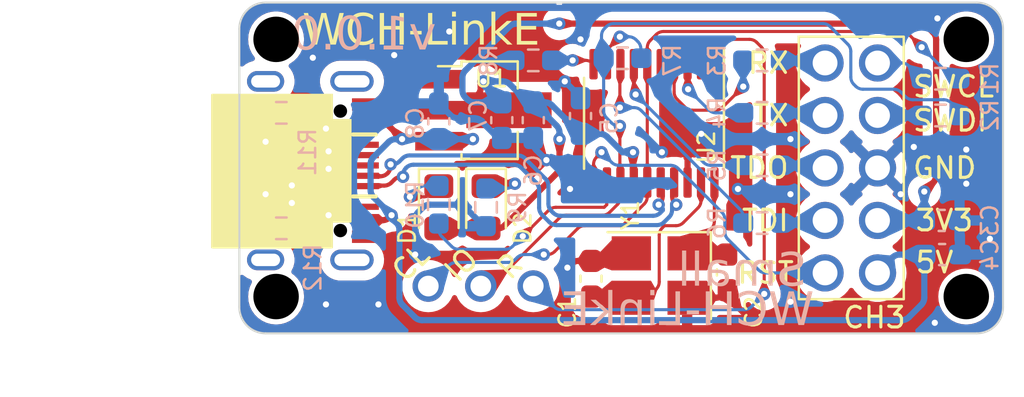
<source format=kicad_pcb>
(kicad_pcb (version 20221018) (generator pcbnew)
  (layers (0 "F.Cu" signal) (31 "B.Cu" signal) (34 "B.Paste" user) (35 "F.Paste" user) (36 "B.SilkS" user "B.Silkscreen") (37 "F.SilkS" user "F.Silkscreen") (38 "B.Mask" user) (39 "F.Mask" user) (44 "Edge.Cuts" user))
  (net 0 "")
  (net 1 "GND")
  (net 2 "Net-(U1-OSC_OUT{slash}PD1)")
  (net 3 "Net-(U1-OSC_IN{slash}PD0)")
  (net 4 "+3V3")
  (net 5 "+5V")
  (net 6 "Net-(D1-K)")
  (net 7 "Net-(D2-K)")
  (net 8 "USB_N")
  (net 9 "USB_P")
  (net 10 "Net-(J1-CC1)")
  (net 11 "Net-(J1-CC2)")
  (net 12 "RT")
  (net 13 "Net-(U1-PC7)")
  (net 14 "D_SWCLK")
  (net 15 "D_SWDIO")
  (net 16 "Net-(U1-PC6)")
  (net 17 "TDI")
  (net 18 "TDO")
  (net 19 "RX")
  (net 20 "TX")
  (net 21 "Net-(U1-PC9)")
  (net 24 "RST")
  (net 25 "Net-(CH1-RX)")
  (net 26 "Net-(CH1-TX)")
  (net 27 "Net-(CH1-TDO)")
  (net 28 "Net-(CH1-TDI)")
  (net 29 "Net-(CH1-SWDIO)")
  (net 30 "Net-(CH1-SWCLK)")
  (footprint "$74th:M2-Hole" (layer "F.Cu") (at 59.182 36.576)
    (fp_text reference "M1" hide)
    (fp_text value "M2-Hole" hide)
  )
  (footprint "$74th:M2-Hole" (layer "F.Cu") (at 92.583 49.022)
    (fp_text reference "M4" hide)
    (fp_text value "M2-Hole" hide)
  )
  (footprint "$74th:USB-C-12-Pin-SMD" (layer "F.Cu") (at 58.674 42.938 -90)
    (fp_text reference "J1" hide)
    (fp_text value "USB2.0_C_v3")
  )
  (footprint "$74th:Regulator_AMS1117_SOT-89" (layer "F.Cu") (at 69.215 40.005)
    (fp_text reference "U1")
    (fp_text value "AMS1117-3.3")
  )
  (footprint "$74th:2Pin" (layer "F.Cu") (at 66.548 48.514)
    (fp_text reference "CH1" hide)
    (fp_text value "SWD")
  )
  (footprint "$74th:WCH-Link-Port" (layer "F.Cu") (at 87.0185 42.799)
    (fp_text reference "CH3")
    (fp_text value "WCH-Link-Header")
  )
  (footprint "$74th:M2-Hole" (layer "F.Cu") (at 59.182 49.022)
    (fp_text reference "M2" hide)
    (fp_text value "M2-Hole" hide)
  )
  (footprint "$74th:Capacitor_0603_1608" (layer "F.Cu") (at 74.422 48.0595 -90)
    (fp_text reference "C1")
    (fp_text value "22p")
  )
  (footprint "Package_SO:TSSOP-20_4.4x6.5mm_P0.65mm" (layer "F.Cu") (at 77.47 40.64 -90)
    (fp_text reference "U2")
    (fp_text value "CH32V305FBP6")
  )
  (footprint "$74th:LED_0805_2012Metric_Pad1.15x1.40mm_HandSolder" (layer "F.Cu") (at 69.342 44.704 -90)
    (fp_text reference "D2")
    (fp_text value "LED")
  )
  (footprint "$74th:Crystal_SMD_3225-4Pin_3.2x2.5mm_HandSoldering" (layer "F.Cu") (at 77.724 48.006 180)
    (fp_text reference "Y1")
    (fp_text value "Oscillator_24GND")
  )
  (footprint "$74th:Capacitor_0603_1608" (layer "F.Cu") (at 81.026 47.9525 90)
    (fp_text reference "C2")
    (fp_text value "22p")
  )
  (footprint "$74th:1Pin" (layer "F.Cu") (at 71.628 48.514)
    (fp_text reference "CH2" hide)
    (fp_text value "RT")
  )
  (footprint "$74th:M2-Hole" (layer "F.Cu") (at 92.583 36.576)
    (fp_text reference "M3" hide)
    (fp_text value "M2-Hole" hide)
  )
  (footprint "$74th:LED_0805_2012Metric_Pad1.15x1.40mm_HandSolder" (layer "F.Cu") (at 67.056 44.704 -90)
    (fp_text reference "D1")
    (fp_text value "LED")
  )
  (footprint "$74th:Register_0603_1608" (layer "B.Cu") (at 75.946 37.4885 180)
    (fp_text reference "R7")
    (fp_text value "1k")
  )
  (footprint "$74th:Capacitor_0603_1608" (layer "B.Cu") (at 91.5135 46.99 180)
    (fp_text reference "C4")
    (fp_text value "10u")
  )
  (footprint "$74th:Register_0603_1608" (layer "B.Cu") (at 82.7005 42.672 180)
    (fp_text reference "R5")
    (fp_text value "100")
  )
  (footprint "$74th:Capacitor_0603_1608" (layer "B.Cu") (at 73.914 40.3855 90)
    (fp_text reference "C5")
    (fp_text value "100n")
  )
  (footprint "$74th:Capacitor_0603_1608" (layer "B.Cu") (at 67.056 40.64 90)
    (fp_text reference "C8")
    (fp_text value "10u")
  )
  (footprint "$74th:Register_0603_1608" (layer "B.Cu") (at 82.7005 40.132 180)
    (fp_text reference "R4")
    (fp_text value "270")
  )
  (footprint "$74th:Register_0603_1608" (layer "B.Cu") (at 69.342 44.704 -90)
    (fp_text reference "R9")
    (fp_text value "200")
  )
  (footprint "$74th:Capacitor_0603_1608" (layer "B.Cu") (at 71.628 40.386 -90)
    (fp_text reference "C6")
    (fp_text value "100n")
  )
  (footprint "$74th:Register_0603_1608" (layer "B.Cu") (at 67.056 44.577 90)
    (fp_text reference "R10")
    (fp_text value "1k")
  )
  (footprint "$74th:Register_0603_1608" (layer "B.Cu") (at 91.3365 40.259 180)
    (fp_text reference "R2")
    (fp_text value "100")
  )
  (footprint "$74th:Register_0603_1608" (layer "B.Cu") (at 71.628 37.592)
    (fp_text reference "R8")
    (fp_text value "10k")
  )
  (footprint "$74th:Register_0603_1608" (layer "B.Cu") (at 59.436 40.132 180)
    (fp_text reference "R11")
    (fp_text value "5.1k")
  )
  (footprint "$74th:Register_0603_1608" (layer "B.Cu") (at 82.7005 45.466 180)
    (fp_text reference "R6")
    (fp_text value "100")
  )
  (footprint "$74th:Capacitor_0603_1608" (layer "B.Cu") (at 70.104 40.386 -90)
    (fp_text reference "C7")
    (fp_text value "10u")
  )
  (footprint "$74th:Register_0603_1608" (layer "B.Cu") (at 82.7005 37.592 180)
    (fp_text reference "R3")
    (fp_text value "270")
  )
  (footprint "$74th:Register_0603_1608" (layer "B.Cu") (at 59.436 45.72 180)
    (fp_text reference "R12")
    (fp_text value "5.1k")
  )
  (footprint "$74th:Register_0603_1608" (layer "B.Cu") (at 91.3365 38.481 180)
    (fp_text reference "R1")
    (fp_text value "100")
  )
  (footprint "$74th:Capacitor_0603_1608" (layer "B.Cu") (at 91.4935 45.339 180)
    (fp_text reference "C3")
    (fp_text value "10u")
  )
  (gr_line locked (start 58.674 50.800032) (end 93.091 50.8) (stroke (width 0.1)) (layer "Edge.Cuts"))
  (gr_arc locked (start 57.404 36.068) (mid 57.775974 35.169974) (end 58.674 34.798) (stroke (width 0.1)) (layer "Edge.Cuts"))
  (gr_arc locked (start 94.361 49.53) (mid 93.989026 50.428026) (end 93.091 50.8) (stroke (width 0.1)) (layer "Edge.Cuts"))
  (gr_line locked (start 57.404 36.068) (end 57.404 49.520974) (stroke (width 0.1)) (layer "Edge.Cuts"))
  (gr_arc locked (start 58.674 50.800032) (mid 57.772766 50.424851) (end 57.404 49.520974) (stroke (width 0.1)) (layer "Edge.Cuts"))
  (gr_arc locked (start 93.091 34.798) (mid 93.989026 35.169974) (end 94.361 36.068) (stroke (width 0.1)) (layer "Edge.Cuts"))
  (gr_line locked (start 94.361 49.53) (end 94.361 36.068) (stroke (width 0.1)) (layer "Edge.Cuts"))
  (gr_line locked (start 58.674 34.798) (end 93.091 34.798) (stroke (width 0.1)) (layer "Edge.Cuts"))
  (gr_text "WCH-LinkE" (at 85.217 50.673) (layer "B.SilkS") (effects (font (size 1.6 1.6)) (justify left bottom mirror)))
  (gr_text "Small" (at 84.836 48.768) (layer "B.SilkS") (effects (font (size 1.6 1.6)) (justify left bottom mirror)))
  (gr_text "v1.0.0" (at 66.929 37.338) (layer "B.SilkS") (effects (font (size 1.6 1.6)) (justify left bottom mirror)))
  (gr_text "WCH-LinkE" (at 60.452 37.084) (layer "F.SilkS") (effects (font (size 1.5 1.5) (thickness 0.125)) (justify left bottom)))
  (gr_text "IO" (at 67.945 48.514 45) (layer "F.SilkS") (effects (font (size 1 1)) (justify left bottom)))
  (gr_text "R" (at 70.485 48.387 45) (layer "F.SilkS") (effects (font (size 1 1)) (justify left bottom)))
  (gr_text "CL" (at 65.405 48.514 45) (layer "F.SilkS") (effects (font (size 1 1)) (justify left bottom)))
  (segment (start 79.095 43.5025) (end 79.095 42.016107) (width 0.3) (layer "F.Cu") (net 1))
  (segment (start 81.172447 49.168447) (end 81.895554 49.891554) (width 0.3) (layer "F.Cu") (net 1))
  (segment (start 79.074 49.081) (end 80.452893 49.081) (width 0.3) (layer "F.Cu") (net 1))
  (segment (start 83.458447 49.891553) (end 84.074 49.276) (width 0.3) (layer "F.Cu") (net 1))
  (segment (start 74.422 47.297) (end 75.800893 47.297) (width 0.3) (layer "F.Cu") (net 1))
  (segment (start 81.026 48.715) (end 81.026 48.814893) (width 0.3) (layer "F.Cu") (net 1))
  (segment (start 73.279 47.625) (end 73.460554 47.443446) (width 0.3) (layer "F.Cu") (net 1))
  (segment (start 79.241447 41.662553) (end 79.756 41.148) (width 0.3) (layer "F.Cu") (net 1))
  (segment (start 76.154447 47.150553) (end 76.374 46.931) (width 0.3) (layer "F.Cu") (net 1))
  (segment (start 82.249107 50.038) (end 83.104893 50.038) (width 0.3) (layer "F.Cu") (net 1))
  (segment (start 80.806447 48.934553) (end 81.026 48.715) (width 0.3) (layer "F.Cu") (net 1))
  (segment (start 73.814107 47.297) (end 74.422 47.297) (width 0.3) (layer "F.Cu") (net 1))
  (via (at 89.408 44.069) (size 0.6) (drill 0.3) (layers "F.Cu" "B.Cu") (net 1))
  (via (at 73.914 36.576) (size 0.6) (drill 0.3) (layers "F.Cu" "B.Cu") (net 1))
  (via (at 81.534 43.815) (size 0.6) (drill 0.3) (layers "F.Cu" "B.Cu") (net 1))
  (via (at 64.135 49.403) (size 0.6) (drill 0.3) (layers "F.Cu" "B.Cu") (net 1))
  (via (at 93.726 46.228) (size 0.6) (drill 0.3) (layers "F.Cu" "B.Cu") (net 1))
  (via (at 58.674 44.069) (size 0.6) (drill 0.3) (layers "F.Cu" "B.Cu") (net 1))
  (via (at 84.074 41.402) (size 0.6) (drill 0.3) (layers "F.Cu" "B.Cu") (net 1))
  (via (at 90.043 41.783) (size 0.6) (drill 0.3) (layers "F.Cu" "B.Cu") (net 1))
  (via (at 73.279 47.625) (size 0.6) (drill 0.3) (layers "F.Cu" "B.Cu") (net 1))
  (via (at 91.186 35.56) (size 0.6) (drill 0.3) (layers "F.Cu" "B.Cu") (net 1))
  (via (at 84.074 49.276) (size 0.6) (drill 0.3) (layers "F.Cu" "B.Cu") (net 1))
  (via (at 64.897 37.338) (size 0.6) (drill 0.3) (layers "F.Cu" "B.Cu") (net 1))
  (via (at 67.564 36.195) (size 0.6) (drill 0.3) (layers "F.Cu" "B.Cu") (net 1))
  (via (at 65.913 46.99) (size 0.6) (drill 0.3) (layers "F.Cu" "B.Cu") (net 1))
  (via (at 73.152 38.608) (size 0.6) (drill 0.3) (layers "F.Cu" "B.Cu") (net 1))
  (via (at 77.851 42.037) (size 0.6) (drill 0.3) (layers "F.Cu" "B.Cu") (net 1))
  (via (at 61.595 49.403) (size 0.6) (drill 0.3) (layers "F.Cu" "B.Cu") (net 1))
  (via (at 73.406 43.815) (size 0.6) (drill 0.3) (layers "F.Cu" "B.Cu") (net 1))
  (via (at 92.583 43.561) (size 0.6) (drill 0.3) (layers "F.Cu" "B.Cu") (net 1))
  (via (at 60.96 37.465) (size 0.6) (drill 0.3) (layers "F.Cu" "B.Cu") (net 1))
  (via (at 91.059 50.292) (size 0.6) (drill 0.3) (layers "F.Cu" "B.Cu") (net 1))
  (via (at 72.263 42.418) (size 0.6) (drill 0.3) (layers "F.Cu" "B.Cu") (net 1))
  (via (at 84.074 44.069) (size 0.6) (drill 0.3) (layers "F.Cu" "B.Cu") (net 1))
  (via (at 58.674 41.529) (size 0.6) (drill 0.3) (layers "F.Cu" "B.Cu") (net 1))
  (via (at 92.583 41.91) (size 0.6) (drill 0.3) (layers "F.Cu" "B.Cu") (net 1))
  (via (at 79.756 41.148) (size 0.6) (drill 0.3) (layers "F.Cu" "B.Cu") (net 1))
  (arc (start 81.026 48.814893) (mid 81.06406 49.006235) (end 81.172447 49.168447) (width 0.3) (layer "F.Cu") (net 1))
  (arc (start 82.249107 50.038) (mid 82.057766 49.99994) (end 81.895554 49.891554) (width 0.3) (layer "F.Cu") (net 1))
  (arc (start 83.104893 50.038) (mid 83.296235 49.99994) (end 83.458447 49.891553) (width 0.3) (layer "F.Cu") (net 1))
  (arc (start 79.241447 41.662553) (mid 79.13306 41.824765) (end 79.095 42.016107) (width 0.3) (layer "F.Cu") (net 1))
  (arc (start 80.452893 49.081) (mid 80.644235 49.04294) (end 80.806447 48.934553) (width 0.3) (layer "F.Cu") (net 1))
  (arc (start 73.460554 47.443446) (mid 73.622766 47.33506) (end 73.814107 47.297) (width 0.3) (layer "F.Cu") (net 1))
  (arc (start 76.154447 47.150553) (mid 75.992235 47.25894) (end 75.800893 47.297) (width 0.3) (layer "F.Cu") (net 1))
  (segment (start 73.914 39.37) (end 73.152 38.608) (width 0.3) (layer "B.Cu") (net 1))
  (segment (start 91.186 35.56) (end 90.678 35.052) (width 0.3) (layer "B.Cu") (net 1))
  (segment (start 67.618053 40.239553) (end 67.056 39.6775) (width 0.3) (layer "B.Cu") (net 1))
  (segment (start 73.914 39.423) (end 73.914 39.37) (width 0.3) (layer "B.Cu") (net 1))
  (segment (start 66.628107 44.577) (end 67.991893 44.577) (width 0.3) (layer "B.Cu") (net 1))
  (segment (start 68.345447 44.723447) (end 69.2385 45.6165) (width 0.3) (layer "B.Cu") (net 1))
  (segment (start 69.2385 45.6165) (end 69.342 45.6165) (width 0.3) (layer "B.Cu") (net 1))
  (segment (start 71.628 41.3485) (end 70.104 41.3485) (width 0.3) (layer "B.Cu") (net 1))
  (segment (start 71.628 41.575893) (end 71.628 41.3485) (width 0.3) (layer "B.Cu") (net 1))
  (segment (start 65.913 46.99) (end 65.913 45.292107) (width 0.3) (layer "B.Cu") (net 1))
  (segment (start 66.059447 44.938553) (end 66.274554 44.723446) (width 0.3) (layer "B.Cu") (net 1))
  (segment (start 70.104 41.3485) (end 69.9235 41.3485) (width 0.3) (layer "B.Cu") (net 1))
  (segment (start 68.753893 40.386) (end 67.971607 40.386) (width 0.3) (layer "B.Cu") (net 1))
  (segment (start 69.9235 41.3485) (end 69.107446 40.532446) (width 0.3) (layer "B.Cu") (net 1))
  (segment (start 72.263 42.418) (end 71.774446 41.929446) (width 0.3) (layer "B.Cu") (net 1))
  (segment (start 68.707 35.052) (end 67.564 36.195) (width 0.3) (layer "B.Cu") (net 1))
  (segment (start 90.678 35.052) (end 68.707 35.052) (width 0.3) (layer "B.Cu") (net 1))
  (arc (start 71.628 41.575893) (mid 71.66606 41.767234) (end 71.774446 41.929446) (width 0.3) (layer "B.Cu") (net 1))
  (arc (start 67.618053 40.239553) (mid 67.780265 40.34794) (end 67.971607 40.386) (width 0.3) (layer "B.Cu") (net 1))
  (arc (start 66.059447 44.938553) (mid 65.95106 45.100765) (end 65.913 45.292107) (width 0.3) (layer "B.Cu") (net 1))
  (arc (start 68.345447 44.723447) (mid 68.183235 44.61506) (end 67.991893 44.577) (width 0.3) (layer "B.Cu") (net 1))
  (arc (start 69.107446 40.532446) (mid 68.945234 40.42406) (end 68.753893 40.386) (width 0.3) (layer "B.Cu") (net 1))
  (arc (start 66.274554 44.723446) (mid 66.436766 44.61506) (end 66.628107 44.577) (width 0.3) (layer "B.Cu") (net 1))
  (segment (start 80.967 46.931) (end 79.074 46.931) (width 0.15) (layer "F.Cu") (net 2))
  (segment (start 80.391 45.385893) (end 80.391 43.5065) (width 0.15) (layer "F.Cu") (net 2))
  (segment (start 79.074 46.931) (end 79.074 46.91) (width 0.15) (layer "F.Cu") (net 2))
  (segment (start 81.026 46.99) (end 80.967 46.931) (width 0.15) (layer "F.Cu") (net 2))
  (segment (start 79.074 46.91) (end 80.244554 45.739446) (width 0.15) (layer "F.Cu") (net 2))
  (segment (start 80.391 43.5065) (end 80.395 43.5025) (width 0.15) (layer "F.Cu") (net 2))
  (arc (start 80.244554 45.739446) (mid 80.35294 45.577234) (end 80.391 45.385893) (width 0.15) (layer "F.Cu") (net 2))
  (segment (start 74.422 49.022) (end 76.315 49.022) (width 0.15) (layer "F.Cu") (net 3))
  (segment (start 78.886447 45.446553) (end 79.598554 44.734446) (width 0.15) (layer "F.Cu") (net 3))
  (segment (start 77.978 45.593) (end 78.532893 45.593) (width 0.15) (layer "F.Cu") (net 3))
  (segment (start 79.745 44.380893) (end 79.745 43.5025) (width 0.15) (layer "F.Cu") (net 3))
  (segment (start 76.315 49.022) (end 76.374 49.081) (width 0.15) (layer "F.Cu") (net 3))
  (segment (start 76.374 49.081) (end 76.949893 49.081) (width 0.15) (layer "F.Cu") (net 3))
  (segment (start 77.303447 48.934553) (end 77.577554 48.660446) (width 0.15) (layer "F.Cu") (net 3))
  (segment (start 77.724 48.306893) (end 77.724 46.054107) (width 0.15) (layer "F.Cu") (net 3))
  (segment (start 77.870447 45.700553) (end 77.978 45.593) (width 0.15) (layer "F.Cu") (net 3))
  (arc (start 77.724 46.054107) (mid 77.76206 45.862765) (end 77.870447 45.700553) (width 0.15) (layer "F.Cu") (net 3))
  (arc (start 79.598554 44.734446) (mid 79.70694 44.572234) (end 79.745 44.380893) (width 0.15) (layer "F.Cu") (net 3))
  (arc (start 77.577554 48.660446) (mid 77.68594 48.498234) (end 77.724 48.306893) (width 0.15) (layer "F.Cu") (net 3))
  (arc (start 78.532893 45.593) (mid 78.724235 45.55494) (end 78.886447 45.446553) (width 0.15) (layer "F.Cu") (net 3))
  (arc (start 76.949893 49.081) (mid 77.141235 49.04294) (end 77.303447 48.934553) (width 0.15) (layer "F.Cu") (net 3))
  (segment (start 73.279 35.814) (end 90.343893 35.814) (width 0.3) (layer "F.Cu") (net 4))
  (segment (start 71.882 43.942) (end 72.751554 43.072446) (width 0.3) (layer "F.Cu") (net 4))
  (segment (start 76.454 42.037) (end 76.454 43.4615) (width 0.3) (layer "F.Cu") (net 4))
  (segment (start 70.241447 45.582553) (end 71.882 43.942) (width 0.3) (layer "F.Cu") (net 4))
  (segment (start 69.342 45.729) (end 69.887893 45.729) (width 0.3) (layer "F.Cu") (net 4))
  (segment (start 72.898 42.718893) (end 72.898 41.402) (width 0.3) (layer "F.Cu") (net 4))
  (segment (start 69.342 45.729) (end 67.056 45.729) (width 0.3) (layer "F.Cu") (net 4))
  (segment (start 90.697447 35.960447) (end 90.976054 36.239054) (width 0.3) (layer "F.Cu") (net 4))
  (segment (start 69.088 38.908893) (end 69.088 38.735) (width 0.3) (layer "F.Cu") (net 4))
  (segment (start 69.088 38.735) (end 69.215 38.608) (width 0.3) (layer "F.Cu") (net 4))
  (segment (start 90.976053 43.516947) (end 90.551 43.942) (width 0.3) (layer "F.Cu") (net 4))
  (segment (start 68.345447 39.858553) (end 68.941554 39.262446) (width 0.3) (layer "F.Cu") (net 4))
  (segment (start 76.454 43.4615) (end 76.495 43.5025) (width 0.3) (layer "F.Cu") (net 4))
  (segment (start 91.1225 36.592607) (end 91.1225 43.163393) (width 0.3) (layer "F.Cu") (net 4))
  (segment (start 67.1525 40.005) (end 67.991893 40.005) (width 0.3) (layer "F.Cu") (net 4))
  (via (at 69.215 38.608) (size 0.6) (drill 0.3) (layers "F.Cu" "B.Cu") (net 4))
  (via (at 72.898 41.402) (size 0.6) (drill 0.3) (layers "F.Cu" "B.Cu") (net 4))
  (via (at 90.551 43.942) (size 0.6) (drill 0.3) (layers "F.Cu" "B.Cu") (net 4))
  (via (at 76.454 42.037) (size 0.6) (drill 0.3) (layers "F.Cu" "B.Cu") (net 4))
  (via (at 72.885805 35.814) (size 0.6) (drill 0.3) (layers "F.Cu" "B.Cu") (net 4))
  (arc (start 90.343893 35.814) (mid 90.535235 35.852063) (end 90.697447 35.960447) (width 0.3) (layer "F.Cu") (net 4))
  (arc (start 68.345447 39.858553) (mid 68.183235 39.96694) (end 67.991893 40.005) (width 0.3) (layer "F.Cu") (net 4))
  (arc (start 72.898 42.718893) (mid 72.85994 42.910234) (end 72.751554 43.072446) (width 0.3) (layer "F.Cu") (net 4))
  (arc (start 90.976054 36.239054) (mid 91.08444 36.401266) (end 91.1225 36.592607) (width 0.3) (layer "F.Cu") (net 4))
  (arc (start 69.887893 45.729) (mid 70.079235 45.69094) (end 70.241447 45.582553) (width 0.3) (layer "F.Cu") (net 4))
  (arc (start 69.088 38.908893) (mid 69.04994 39.100234) (end 68.941554 39.262446) (width 0.3) (layer "F.Cu") (net 4))
  (arc (start 91.1225 43.163393) (mid 91.08444 43.354735) (end 90.976053 43.516947) (width 0.3) (layer "F.Cu") (net 4))
  (segment (start 70.1035 39.624) (end 68.787107 39.624) (width 0.3) (layer "B.Cu") (net 4))
  (segment (start 75.203447 41.294447) (end 75.819 41.91) (width 0.3) (layer "B.Cu") (net 4))
  (segment (start 70.104 39.6235) (end 70.1035 39.624) (width 0.3) (layer "B.Cu") (net 4))
  (segment (start 75.946 42.037) (end 76.454 42.037) (width 0.3) (layer "B.Cu") (net 4))
  (segment (start 68.345447 38.080553) (end 68.834 37.592) (width 0.3) (layer "B.Cu") (net 4))
  (segment (start 90.531 45.339) (end 88.2885 45.339) (width 0.3) (layer "B.Cu") (net 4))
  (segment (start 68.834 37.592) (end 70.7155 37.592) (width 0.3) (layer "B.Cu") (net 4))
  (segment (start 73.914 41.148) (end 74.849893 41.148) (width 0.3) (layer "B.Cu") (net 4))
  (segment (start 75.819 41.91) (end 75.946 42.037) (width 0.3) (layer "B.Cu") (net 4))
  (segment (start 70.150893 38.608) (end 69.215 38.608) (width 0.3) (layer "B.Cu") (net 4))
  (segment (start 72.898 41.402) (end 72.898 41.100607) (width 0.3) (layer "B.Cu") (net 4))
  (segment (start 69.215 38.7345) (end 70.104 39.6235) (width 0.3) (layer "B.Cu") (net 4))
  (segment (start 72.751553 40.747053) (end 71.628 39.6235) (width 0.3) (layer "B.Cu") (net 4))
  (segment (start 71.227053 39.477053) (end 70.504446 38.754446) (width 0.3) (layer "B.Cu") (net 4))
  (segment (start 69.215 38.608) (end 69.215 38.7345) (width 0.3) (layer "B.Cu") (net 4))
  (segment (start 68.433553 39.477553) (end 68.345446 39.389446) (width 0.3) (layer "B.Cu") (net 4))
  (segment (start 90.551 45.319) (end 90.531 45.339) (width 0.3) (layer "B.Cu") (net 4))
  (segment (start 71.628 39.6235) (end 72.182393 39.6235) (width 0.3) (layer "B.Cu") (net 4))
  (segment (start 70.465554 35.960446) (end 68.834 37.592) (width 0.3) (layer "B.Cu") (net 4))
  (segment (start 71.628 39.6235) (end 71.580607 39.6235) (width 0.3) (layer "B.Cu") (net 4))
  (segment (start 68.199 39.035893) (end 68.199 38.434107) (width 0.3) (layer "B.Cu") (net 4))
  (segment (start 70.754697 35.814) (end 70.753445 35.815252) (width 0.3) (layer "B.Cu") (net 4))
  (segment (start 90.551 43.942) (end 90.551 45.319) (width 0.3) (layer "B.Cu") (net 4))
  (segment (start 72.535947 39.769947) (end 73.914 41.148) (width 0.3) (layer "B.Cu") (net 4))
  (segment (start 72.885805 35.814) (end 70.754697 35.814) (width 0.3) (layer "B.Cu") (net 4))
  (arc (start 72.182393 39.6235) (mid 72.373735 39.66156) (end 72.535947 39.769947) (width 0.3) (layer "B.Cu") (net 4))
  (arc (start 71.227053 39.477053) (mid 71.389265 39.58544) (end 71.580607 39.6235) (width 0.3) (layer "B.Cu") (net 4))
  (arc (start 68.345447 38.080553) (mid 68.23706 38.242765) (end 68.199 38.434107) (width 0.3) (layer "B.Cu") (net 4))
  (arc (start 75.203447 41.294447) (mid 75.041235 41.18606) (end 74.849893 41.148) (width 0.3) (layer "B.Cu") (net 4))
  (arc (start 72.898 41.100607) (mid 72.85994 40.909265) (end 72.751553 40.747053) (width 0.3) (layer "B.Cu") (net 4))
  (arc (start 68.345446 39.389446) (mid 68.23706 39.227234) (end 68.199 39.035893) (width 0.3) (layer "B.Cu") (net 4))
  (arc (start 68.433553 39.477553) (mid 68.595765 39.58594) (end 68.787107 39.624) (width 0.3) (layer "B.Cu") (net 4))
  (arc (start 70.753445 35.815252) (mid 70.597963 35.865565) (end 70.465554 35.960446) (width 0.3) (layer "B.Cu") (net 4))
  (arc (start 70.504446 38.754446) (mid 70.342234 38.64606) (end 70.150893 38.608) (width 0.3) (layer "B.Cu") (net 4))
  (segment (start 63.504 45.328) (end 64.319893 45.328) (width 0.3) (layer "F.Cu") (net 5))
  (segment (start 64.550447 40.674447) (end 65.278 41.402) (width 0.3) (layer "F.Cu") (net 5))
  (segment (start 68.707 41.402) (end 67.168 41.402) (width 0.3) (layer "F.Cu") (net 5))
  (segment (start 64.673447 45.181553) (end 64.77 45.085) (width 0.3) (layer "F.Cu") (net 5))
  (segment (start 67.168 41.402) (end 67.065 41.505) (width 0.3) (layer "F.Cu") (net 5))
  (segment (start 63.504 40.528) (end 64.196893 40.528) (width 0.3) (layer "F.Cu") (net 5))
  (via (at 68.707 41.402) (size 0.6) (drill 0.3) (layers "F.Cu" "B.Cu") (net 5))
  (via (at 64.77 45.085) (size 0.6) (drill 0.3) (layers "F.Cu" "B.Cu") (net 5))
  (via (at 65.278 41.402) (size 0.6) (drill 0.3) (layers "F.Cu" "B.Cu") (net 5))
  (arc (start 64.550447 40.674447) (mid 64.388235 40.56606) (end 64.196893 40.528) (width 0.3) (layer "F.Cu") (net 5))
  (arc (start 64.673447 45.181553) (mid 64.511235 45.28994) (end 64.319893 45.328) (width 0.3) (layer "F.Cu") (net 5))
  (segment (start 89.361107 46.99) (end 90.551 46.99) (width 0.3) (layer "B.Cu") (net 5))
  (segment (start 64.77 45.085) (end 64.77 45.212) (width 0.3) (layer "B.Cu") (net 5))
  (segment (start 66.247107 50.165) (end 89.454893 50.165) (width 0.3) (layer "B.Cu") (net 5))
  (segment (start 63.900447 42.271553) (end 64.623554 41.548446) (width 0.3) (layer "B.Cu") (net 5))
  (segment (start 67.056 41.4025) (end 68.7065 41.4025) (width 0.3) (layer "B.Cu") (net 5))
  (segment (start 64.77 45.212) (end 65.004554 45.446554) (width 0.3) (layer "B.Cu") (net 5))
  (segment (start 90.551 46.99) (end 90.551 49.068893) (width 0.3) (layer "B.Cu") (net 5))
  (segment (start 63.754 43.861893) (end 63.754 42.625107) (width 0.3) (layer "B.Cu") (net 5))
  (segment (start 65.151 45.800107) (end 65.151 49.068893) (width 0.3) (layer "B.Cu") (net 5))
  (segment (start 65.297447 49.422447) (end 65.893554 50.018554) (width 0.3) (layer "B.Cu") (net 5))
  (segment (start 64.77 45.085) (end 63.900446 44.215446) (width 0.3) (layer "B.Cu") (net 5))
  (segment (start 68.7065 41.4025) (end 68.707 41.402) (width 0.3) (layer "B.Cu") (net 5))
  (segment (start 67.056 41.4025) (end 65.2785 41.4025) (width 0.3) (layer "B.Cu") (net 5))
  (segment (start 64.977107 41.402) (end 65.278 41.402) (width 0.3) (layer "B.Cu") (net 5))
  (segment (start 88.2885 47.8555) (end 89.007554 47.136446) (width 0.3) (layer "B.Cu") (net 5))
  (segment (start 88.2885 47.879) (end 88.2885 47.8555) (width 0.3) (layer "B.Cu") (net 5))
  (segment (start 90.404553 49.422447) (end 89.808446 50.018554) (width 0.3) (layer "B.Cu") (net 5))
  (segment (start 65.2785 41.4025) (end 65.278 41.402) (width 0.3) (layer "B.Cu") (net 5))
  (arc (start 90.551 49.068893) (mid 90.51294 49.260235) (end 90.404553 49.422447) (width 0.3) (layer "B.Cu") (net 5))
  (arc (start 65.004554 45.446554) (mid 65.11294 45.608766) (end 65.151 45.800107) (width 0.3) (layer "B.Cu") (net 5))
  (arc (start 63.754 42.625107) (mid 63.79206 42.433765) (end 63.900447 42.271553) (width 0.3) (layer "B.Cu") (net 5))
  (arc (start 89.808446 50.018554) (mid 89.646234 50.12694) (end 89.454893 50.165) (width 0.3) (layer "B.Cu") (net 5))
  (arc (start 63.900446 44.215446) (mid 63.79206 44.053234) (end 63.754 43.861893) (width 0.3) (layer "B.Cu") (net 5))
  (arc (start 66.247107 50.165) (mid 66.055766 50.12694) (end 65.893554 50.018554) (width 0.3) (layer "B.Cu") (net 5))
  (arc (start 65.151 49.068893) (mid 65.18906 49.260235) (end 65.297447 49.422447) (width 0.3) (layer "B.Cu") (net 5))
  (arc (start 89.361107 46.99) (mid 89.169766 47.02806) (end 89.007554 47.136446) (width 0.3) (layer "B.Cu") (net 5))
  (arc (start 64.977107 41.402) (mid 64.785766 41.44006) (end 64.623554 41.548446) (width 0.3) (layer "B.Cu") (net 5))
  (segment (start 65.659 44.196) (end 66.331893 44.196) (width 0.15) (layer "F.Cu") (net 6))
  (segment (start 66.685447 44.049553) (end 67.056 43.679) (width 0.15) (layer "F.Cu") (net 6))
  (via (at 65.659 44.196) (size 0.6) (drill 0.3) (layers "F.Cu" "B.Cu") (net 6))
  (arc (start 66.685447 44.049553) (mid 66.523235 44.15794) (end 66.331893 44.196) (width 0.15) (layer "F.Cu") (net 6))
  (segment (start 67.056 43.6645) (end 66.397607 43.6645) (width 0.15) (layer "B.Cu") (net 6))
  (segment (start 66.044053 43.810947) (end 65.659 44.196) (width 0.15) (layer "B.Cu") (net 6))
  (arc (start 66.044053 43.810947) (mid 66.206265 43.70256) (end 66.397607 43.6645) (width 0.15) (layer "B.Cu") (net 6))
  (segment (start 69.46 43.561) (end 69.342 43.679) (width 0.15) (layer "F.Cu") (net 7))
  (segment (start 70.739 43.561) (end 69.46 43.561) (width 0.15) (layer "F.Cu") (net 7))
  (via (at 70.739 43.561) (size 0.6) (drill 0.3) (layers "F.Cu" "B.Cu") (net 7))
  (segment (start 69.342 43.7915) (end 70.301393 43.7915) (width 0.15) (layer "B.Cu") (net 7))
  (segment (start 70.654947 43.645053) (end 70.739 43.561) (width 0.15) (layer "B.Cu") (net 7))
  (arc (start 70.654947 43.645053) (mid 70.492735 43.75344) (end 70.301393 43.7915) (width 0.15) (layer "B.Cu") (net 7))
  (segment (start 64.575248 43.056553) (end 64.577033 43.054768) (width 0.2) (layer "F.Cu") (net 8))
  (segment (start 63.504 43.178) (end 63.004 43.178) (width 0.2) (layer "F.Cu") (net 8))
  (segment (start 62.129107 42.193) (end 63.373 42.193) (width 0.2) (layer "F.Cu") (net 8))
  (segment (start 63.004 43.178) (end 62.979 43.203) (width 0.2) (layer "F.Cu") (net 8))
  (segment (start 59.997552 43.697552) (end 59.944 43.644) (width 0.2) (layer "F.Cu") (net 8))
  (segment (start 64.029 43.203) (end 64.221694 43.203) (width 0.2) (layer "F.Cu") (net 8))
  (segment (start 61.548694 43.843999) (end 60.351106 43.843999) (width 0.2) (layer "F.Cu") (net 8))
  (segment (start 77.748552 44.523448) (end 77.695 44.577) (width 0.2) (layer "F.Cu") (net 8))
  (segment (start 61.722 41.993) (end 61.775554 42.046554) (width 0.2) (layer "F.Cu") (net 8))
  (segment (start 64.004 43.178) (end 64.029 43.203) (width 0.2) (layer "F.Cu") (net 8))
  (segment (start 77.894999 43.602499) (end 77.894999 44.169894) (width 0.2) (layer "F.Cu") (net 8))
  (segment (start 62.250353 43.349447) (end 61.902247 43.697553) (width 0.2) (layer "F.Cu") (net 8))
  (segment (start 63.504 43.178) (end 64.004 43.178) (width 0.2) (layer "F.Cu") (net 8))
  (segment (start 77.795 43.5025) (end 77.894999 43.602499) (width 0.2) (layer "F.Cu") (net 8))
  (segment (start 64.723479 42.701215) (end 64.723479 42.625479) (width 0.2) (layer "F.Cu") (net 8))
  (segment (start 62.979 43.203) (end 62.603907 43.203) (width 0.2) (layer "F.Cu") (net 8))
  (via (at 59.944 43.644) (size 0.6) (drill 0.3) (layers "F.Cu" "B.Cu") (net 8))
  (via (at 77.695 44.577) (size 0.6) (drill 0.3) (layers "F.Cu" "B.Cu") (net 8))
  (via (at 61.722 41.993) (size 0.6) (drill 0.3) (layers "F.Cu" "B.Cu") (net 8))
  (via (at 64.723479 42.625479) (size 0.6) (drill 0.3) (layers "F.Cu" "B.Cu") (net 8))
  (arc (start 77.894999 44.169894) (mid 77.856939 44.361236) (end 77.748552 44.523448) (width 0.2) (layer "F.Cu") (net 8))
  (arc (start 60.351106 43.843999) (mid 60.159764 43.805939) (end 59.997552 43.697552) (width 0.2) (layer "F.Cu") (net 8))
  (arc (start 62.250353 43.349447) (mid 62.412565 43.24106) (end 62.603907 43.203) (width 0.2) (layer "F.Cu") (net 8))
  (arc (start 61.548694 43.843999) (mid 61.740035 43.805939) (end 61.902247 43.697553) (width 0.2) (layer "F.Cu") (net 8))
  (arc (start 62.129107 42.193) (mid 61.937766 42.15494) (end 61.775554 42.046554) (width 0.2) (layer "F.Cu") (net 8))
  (arc (start 64.575248 43.056553) (mid 64.413036 43.16494) (end 64.221694 43.203) (width 0.2) (layer "F.Cu") (net 8))
  (arc (start 64.577033 43.054768) (mid 64.685419 42.892556) (end 64.723479 42.701215) (width 0.2) (layer "F.Cu") (net 8))
  (segment (start 65.645908 42.193) (end 70.879093 42.193) (width 0.2) (layer "B.Cu") (net 8))
  (segment (start 60.608 42.8328) (end 61.101355 42.339445) (width 0.2) (layer "B.Cu") (net 8))
  (segment (start 77.894999 44.776999) (end 77.695 44.577) (width 0.2) (layer "B.Cu") (net 8))
  (segment (start 61.454908 42.192999) (end 61.522001 42.192999) (width 0.2) (layer "B.Cu") (net 8))
  (segment (start 72.361 43.674907) (end 72.361 44.530693) (width 0.2) (layer "B.Cu") (net 8))
  (segment (start 72.944307 45.114) (end 77.423693 45.114) (width 0.2) (layer "B.Cu") (net 8))
  (segment (start 59.944 43.644) (end 59.950496 43.644) (width 0.2) (layer "B.Cu") (net 8))
  (segment (start 60.608 42.986496) (end 60.608 42.8328) (width 0.2) (layer "B.Cu") (net 8))
  (segment (start 72.507447 44.884247) (end 72.590754 44.967554) (width 0.2) (layer "B.Cu") (net 8))
  (segment (start 71.232647 42.339447) (end 72.214554 43.321354) (width 0.2) (layer "B.Cu") (net 8))
  (segment (start 77.894999 44.849801) (end 77.894999 44.776999) (width 0.2) (layer "B.Cu") (net 8))
  (segment (start 77.777247 44.967553) (end 77.894999 44.849801) (width 0.2) (layer "B.Cu") (net 8))
  (segment (start 64.723479 42.625479) (end 64.799215 42.625479) (width 0.2) (layer "B.Cu") (net 8))
  (segment (start 65.152769 42.479032) (end 65.292355 42.339446) (width 0.2) (layer "B.Cu") (net 8))
  (segment (start 61.522001 42.192999) (end 61.722 41.993) (width 0.2) (layer "B.Cu") (net 8))
  (segment (start 60.30405 43.497553) (end 60.461554 43.340049) (width 0.2) (layer "B.Cu") (net 8))
  (arc (start 77.423693 45.114) (mid 77.615035 45.07594) (end 77.777247 44.967553) (width 0.2) (layer "B.Cu") (net 8))
  (arc (start 71.232647 42.339447) (mid 71.070435 42.23106) (end 70.879093 42.193) (width 0.2) (layer "B.Cu") (net 8))
  (arc (start 72.214554 43.321354) (mid 72.32294 43.483566) (end 72.361 43.674907) (width 0.2) (layer "B.Cu") (net 8))
  (arc (start 60.608 42.986496) (mid 60.56994 43.177837) (end 60.461554 43.340049) (width 0.2) (layer "B.Cu") (net 8))
  (arc (start 61.101355 42.339445) (mid 61.263567 42.231059) (end 61.454908 42.192999) (width 0.2) (layer "B.Cu") (net 8))
  (arc (start 65.645908 42.193) (mid 65.454567 42.23106) (end 65.292355 42.339446) (width 0.2) (layer "B.Cu") (net 8))
  (arc (start 59.950496 43.644) (mid 60.141838 43.60594) (end 60.30405 43.497553) (width 0.2) (layer "B.Cu") (net 8))
  (arc (start 72.944307 45.114) (mid 72.752966 45.07594) (end 72.590754 44.967554) (width 0.2) (layer "B.Cu") (net 8))
  (arc (start 64.799215 42.625479) (mid 64.990557 42.587419) (end 65.152769 42.479032) (width 0.2) (layer "B.Cu") (net 8))
  (arc (start 72.507447 44.884247) (mid 72.39906 44.722035) (end 72.361 44.530693) (width 0.2) (layer "B.Cu") (net 8))
  (segment (start 78.445 43.5025) (end 78.345001 43.602499) (width 0.2) (layer "F.Cu") (net 9))
  (segment (start 64.761646 43.506553) (end 64.895232 43.372967) (width 0.2) (layer "F.Cu") (net 9))
  (segment (start 65.248785 43.226521) (end 65.324521 43.226521) (width 0.2) (layer "F.Cu") (net 9))
  (segment (start 64.029 43.653) (end 64.408092 43.653) (width 0.2) (layer "F.Cu") (net 9))
  (segment (start 62.979 43.653) (end 62.790307 43.653) (width 0.2) (layer "F.Cu") (net 9))
  (segment (start 78.491448 44.523448) (end 78.545 44.577) (width 0.2) (layer "F.Cu") (net 9))
  (segment (start 59.997552 44.440448) (end 59.944 44.494) (width 0.2) (layer "F.Cu") (net 9))
  (segment (start 78.345001 43.602499) (end 78.345001 44.169894) (width 0.2) (layer "F.Cu") (net 9))
  (segment (start 63.004 43.678) (end 62.979 43.653) (width 0.2) (layer "F.Cu") (net 9))
  (segment (start 61.735092 44.294001) (end 60.351106 44.294001) (width 0.2) (layer "F.Cu") (net 9))
  (segment (start 63.504 43.678) (end 63.004 43.678) (width 0.2) (layer "F.Cu") (net 9))
  (segment (start 63.504 43.678) (end 64.004 43.678) (width 0.2) (layer "F.Cu") (net 9))
  (segment (start 61.722 42.843) (end 61.775554 42.789446) (width 0.2) (layer "F.Cu") (net 9))
  (segment (start 64.004 43.678) (end 64.029 43.653) (width 0.2) (layer "F.Cu") (net 9))
  (segment (start 62.129107 42.643) (end 63.373 42.643) (width 0.2) (layer "F.Cu") (net 9))
  (segment (start 62.436753 43.799447) (end 62.088645 44.147555) (width 0.2) (layer "F.Cu") (net 9))
  (via (at 78.545 44.577) (size 0.6) (drill 0.3) (layers "F.Cu" "B.Cu") (net 9))
  (via (at 61.722 42.843) (size 0.6) (drill 0.3) (layers "F.Cu" "B.Cu") (net 9))
  (via (at 59.944 44.494) (size 0.6) (drill 0.3) (layers "F.Cu" "B.Cu") (net 9))
  (via (at 65.324521 43.226521) (size 0.6) (drill 0.3) (layers "F.Cu" "B.Cu") (net 9))
  (arc (start 62.088645 44.147555) (mid 61.926433 44.255941) (end 61.735092 44.294001) (width 0.2) (layer "F.Cu") (net 9))
  (arc (start 78.345001 44.169894) (mid 78.383061 44.361236) (end 78.491448 44.523448) (width 0.2) (layer "F.Cu") (net 9))
  (arc (start 59.997552 44.440448) (mid 60.159764 44.332061) (end 60.351106 44.294001) (width 0.2) (layer "F.Cu") (net 9))
  (arc (start 64.895232 43.372967) (mid 65.057444 43.264581) (end 65.248785 43.226521) (width 0.2) (layer "F.Cu") (net 9))
  (arc (start 61.775554 42.789446) (mid 61.937766 42.68106) (end 62.129107 42.643) (width 0.2) (layer "F.Cu") (net 9))
  (arc (start 62.790307 43.653) (mid 62.598965 43.69106) (end 62.436753 43.799447) (width 0.2) (layer "F.Cu") (net 9))
  (arc (start 64.761646 43.506553) (mid 64.599434 43.61494) (end 64.408092 43.653) (width 0.2) (layer "F.Cu") (net 9))
  (segment (start 65.832306 42.643) (end 70.692693 42.643) (width 0.2) (layer "B.Cu") (net 9))
  (segment (start 77.963647 45.417553) (end 78.198555 45.182645) (width 0.2) (layer "B.Cu") (net 9))
  (segment (start 72.757907 45.564) (end 77.610093 45.564) (width 0.2) (layer "B.Cu") (net 9))
  (segment (start 72.057447 45.070647) (end 72.404354 45.417554) (width 0.2) (layer "B.Cu") (net 9))
  (segment (start 65.470968 42.797231) (end 65.478753 42.789446) (width 0.2) (layer "B.Cu") (net 9))
  (segment (start 71.046247 42.789447) (end 71.764554 43.507754) (width 0.2) (layer "B.Cu") (net 9))
  (segment (start 59.944 44.494) (end 60.911554 43.526446) (width 0.2) (layer "B.Cu") (net 9))
  (segment (start 71.911 43.861307) (end 71.911 44.717093) (width 0.2) (layer "B.Cu") (net 9))
  (segment (start 65.324521 43.226521) (end 65.324521 43.150785) (width 0.2) (layer "B.Cu") (net 9))
  (segment (start 61.058 43.172893) (end 61.058 43.0192) (width 0.2) (layer "B.Cu") (net 9))
  (segment (start 61.058 43.0192) (end 61.434199 42.643001) (width 0.2) (layer "B.Cu") (net 9))
  (segment (start 78.345001 44.776999) (end 78.545 44.577) (width 0.2) (layer "B.Cu") (net 9))
  (segment (start 61.434199 42.643001) (end 61.522001 42.643001) (width 0.2) (layer "B.Cu") (net 9))
  (segment (start 78.345001 44.829092) (end 78.345001 44.776999) (width 0.2) (layer "B.Cu") (net 9))
  (segment (start 61.522001 42.643001) (end 61.722 42.843) (width 0.2) (layer "B.Cu") (net 9))
  (arc (start 78.198555 45.182645) (mid 78.306941 45.020433) (end 78.345001 44.829092) (width 0.2) (layer "B.Cu") (net 9))
  (arc (start 65.478753 42.789446) (mid 65.640965 42.68106) (end 65.832306 42.643) (width 0.2) (layer "B.Cu") (net 9))
  (arc (start 71.764554 43.507754) (mid 71.87294 43.669966) (end 71.911 43.861307) (width 0.2) (layer "B.Cu") (net 9))
  (arc (start 77.610093 45.564) (mid 77.801435 45.52594) (end 77.963647 45.417553) (width 0.2) (layer "B.Cu") (net 9))
  (arc (start 61.058 43.172893) (mid 61.01994 43.364234) (end 60.911554 43.526446) (width 0.2) (layer "B.Cu") (net 9))
  (arc (start 72.057447 45.070647) (mid 71.94906 44.908435) (end 71.911 44.717093) (width 0.2) (layer "B.Cu") (net 9))
  (arc (start 72.757907 45.564) (mid 72.566566 45.52594) (end 72.404354 45.417554) (width 0.2) (layer "B.Cu") (net 9))
  (arc (start 65.470968 42.797231) (mid 65.362581 42.959443) (end 65.324521 43.150785) (width 0.2) (layer "B.Cu") (net 9))
  (arc (start 71.046247 42.789447) (mid 70.884035 42.68106) (end 70.692693 42.643) (width 0.2) (layer "B.Cu") (net 9))
  (segment (start 62.232553 41.531553) (end 61.595 40.894) (width 0.15) (layer "F.Cu") (net 10))
  (segment (start 63.504 41.678) (end 62.586107 41.678) (width 0.15) (layer "F.Cu") (net 10))
  (via (at 61.595 40.894) (size 0.6) (drill 0.3) (layers "F.Cu" "B.Cu") (net 10))
  (arc (start 62.232553 41.531553) (mid 62.394765 41.63994) (end 62.586107 41.678) (width 0.15) (layer "F.Cu") (net 10))
  (segment (start 61.595 40.894) (end 60.979446 40.278446) (width 0.15) (layer "B.Cu") (net 10))
  (segment (start 60.625893 40.132) (end 60.3485 40.132) (width 0.15) (layer "B.Cu") (net 10))
  (arc (start 60.625893 40.132) (mid 60.817234 40.17006) (end 60.979446 40.278446) (width 0.15) (layer "B.Cu") (net 10))
  (segment (start 63.504 44.678) (end 62.336107 44.678) (width 0.15) (layer "F.Cu") (net 11))
  (segment (start 61.982553 44.824447) (end 61.722 45.085) (width 0.15) (layer "F.Cu") (net 11))
  (via (at 61.722 45.085) (size 0.6) (drill 0.3) (layers "F.Cu" "B.Cu") (net 11))
  (arc (start 62.336107 44.678) (mid 62.144765 44.71606) (end 61.982553 44.824447) (width 0.15) (layer "F.Cu") (net 11))
  (segment (start 61.233447 45.573553) (end 61.722 45.085) (width 0.15) (layer "B.Cu") (net 11))
  (segment (start 60.3485 45.72) (end 60.879893 45.72) (width 0.15) (layer "B.Cu") (net 11))
  (arc (start 60.879893 45.72) (mid 61.071235 45.68194) (end 61.233447 45.573553) (width 0.15) (layer "B.Cu") (net 11))
  (segment (start 80.541447 36.806553) (end 80.625554 36.722446) (width 0.15) (layer "F.Cu") (net 12))
  (segment (start 80.979107 36.576) (end 82.088893 36.576) (width 0.15) (layer "F.Cu") (net 12))
  (segment (start 80.395 37.7775) (end 80.395 37.160107) (width 0.15) (layer "F.Cu") (net 12))
  (segment (start 82.804 37.291107) (end 82.804 48.895) (width 0.15) (layer "F.Cu") (net 12))
  (segment (start 82.442447 36.722447) (end 82.657554 36.937554) (width 0.15) (layer "F.Cu") (net 12))
  (via (at 82.804 48.895) (size 0.6) (drill 0.3) (layers "F.Cu" "B.Cu") (net 12))
  (arc (start 82.804 37.291107) (mid 82.76594 37.099766) (end 82.657554 36.937554) (width 0.15) (layer "F.Cu") (net 12))
  (arc (start 82.442447 36.722447) (mid 82.280235 36.61406) (end 82.088893 36.576) (width 0.15) (layer "F.Cu") (net 12))
  (arc (start 80.395 37.160107) (mid 80.43306 36.968765) (end 80.541447 36.806553) (width 0.15) (layer "F.Cu") (net 12))
  (arc (start 80.625554 36.722446) (mid 80.787766 36.61406) (end 80.979107 36.576) (width 0.15) (layer "F.Cu") (net 12))
  (segment (start 82.804 48.895) (end 82.188446 49.510554) (width 0.15) (layer "B.Cu") (net 12))
  (segment (start 81.834893 49.657) (end 73.914 49.657) (width 0.15) (layer "B.Cu") (net 12))
  (segment (start 72.978107 49.657) (end 73.914 49.657) (width 0.15) (layer "B.Cu") (net 12))
  (segment (start 71.628 48.514) (end 72.624554 49.510554) (width 0.15) (layer "B.Cu") (net 12))
  (arc (start 82.188446 49.510554) (mid 82.026234 49.61894) (end 81.834893 49.657) (width 0.15) (layer "B.Cu") (net 12))
  (arc (start 72.978107 49.657) (mid 72.786766 49.61894) (end 72.624554 49.510554) (width 0.15) (layer "B.Cu") (net 12))
  (segment (start 74.505947 37.738447) (end 74.545 37.7775) (width 0.15) (layer "F.Cu") (net 13))
  (segment (start 73.533 37.592) (end 74.152393 37.592) (width 0.15) (layer "F.Cu") (net 13))
  (via (at 73.533 37.592) (size 0.6) (drill 0.3) (layers "F.Cu" "B.Cu") (net 13))
  (arc (start 74.505947 37.738447) (mid 74.343735 37.63006) (end 74.152393 37.592) (width 0.15) (layer "F.Cu") (net 13))
  (segment (start 72.5405 37.592) (end 73.533 37.592) (width 0.15) (layer "B.Cu") (net 13))
  (segment (start 72.309893 46.99) (end 72.136 46.99) (width 0.15) (layer "F.Cu") (net 14))
  (segment (start 77.145 43.5025) (end 77.145 37.7775) (width 0.15) (layer "F.Cu") (net 14))
  (segment (start 76.073 45.466) (end 75.946 45.593) (width 0.15) (layer "F.Cu") (net 14))
  (segment (start 77.145 37.7775) (end 77.145 36.981107) (width 0.15) (layer "F.Cu") (net 14))
  (segment (start 77.291447 36.627553) (end 77.577554 36.341446) (width 0.15) (layer "F.Cu") (net 14))
  (segment (start 73.767553 45.739447) (end 72.663446 46.843554) (width 0.15) (layer "F.Cu") (net 14))
  (segment (start 75.946 45.593) (end 74.121107 45.593) (width 0.15) (layer "F.Cu") (net 14))
  (segment (start 77.145 43.5025) (end 77.145 44.186893) (width 0.15) (layer "F.Cu") (net 14))
  (segment (start 76.998553 44.540447) (end 76.073 45.466) (width 0.15) (layer "F.Cu") (net 14))
  (segment (start 77.931107 36.195) (end 89.454893 36.195) (width 0.15) (layer "F.Cu") (net 14))
  (segment (start 89.808447 36.341447) (end 90.424 36.957) (width 0.15) (layer "F.Cu") (net 14))
  (via (at 72.136 46.99) (size 0.6) (drill 0.3) (layers "F.Cu" "B.Cu") (net 14))
  (via (at 90.424 36.957) (size 0.6) (drill 0.3) (layers "F.Cu" "B.Cu") (net 14))
  (arc (start 74.121107 45.593) (mid 73.929765 45.63106) (end 73.767553 45.739447) (width 0.15) (layer "F.Cu") (net 14))
  (arc (start 76.998553 44.540447) (mid 77.10694 44.378235) (end 77.145 44.186893) (width 0.15) (layer "F.Cu") (net 14))
  (arc (start 72.309893 46.99) (mid 72.501234 46.95194) (end 72.663446 46.843554) (width 0.15) (layer "F.Cu") (net 14))
  (arc (start 77.577554 36.341446) (mid 77.739766 36.23306) (end 77.931107 36.195) (width 0.15) (layer "F.Cu") (net 14))
  (arc (start 77.291447 36.627553) (mid 77.18306 36.789765) (end 77.145 36.981107) (width 0.15) (layer "F.Cu") (net 14))
  (arc (start 89.808447 36.341447) (mid 89.646235 36.23306) (end 89.454893 36.195) (width 0.15) (layer "F.Cu") (net 14))
  (segment (start 90.424 36.957) (end 91.801554 38.334554) (width 0.15) (layer "B.Cu") (net 14))
  (segment (start 72.136 46.99) (end 71.200107 46.99) (width 0.15) (layer "B.Cu") (net 14))
  (segment (start 70.846553 47.136447) (end 70.758446 47.224554) (width 0.15) (layer "B.Cu") (net 14))
  (segment (start 67.544553 47.517447) (end 66.548 48.514) (width 0.15) (layer "B.Cu") (net 14))
  (segment (start 70.404893 47.371) (end 67.898107 47.371) (width 0.15) (layer "B.Cu") (net 14))
  (arc (start 71.200107 46.99) (mid 71.008765 47.02806) (end 70.846553 47.136447) (width 0.15) (layer "B.Cu") (net 14))
  (arc (start 67.898107 47.371) (mid 67.706765 47.40906) (end 67.544553 47.517447) (width 0.15) (layer "B.Cu") (net 14))
  (arc (start 70.404893 47.371) (mid 70.596234 47.33294) (end 70.758446 47.224554) (width 0.15) (layer "B.Cu") (net 14))
  (arc (start 92.155107 38.481) (mid 91.963766 38.44294) (end 91.801554 38.334554) (width 0.15) (layer "B.Cu") (net 14))
  (segment (start 75.819 43.4765) (end 75.845 43.5025) (width 0.15) (layer "F.Cu") (net 15))
  (segment (start 75.845 43.5025) (end 75.845 44.216893) (width 0.15) (layer "F.Cu") (net 15))
  (segment (start 75.819 40.767) (end 75.819 43.4765) (width 0.15) (layer "F.Cu") (net 15))
  (segment (start 69.388893 48.514) (end 69.088 48.514) (width 0.15) (layer "F.Cu") (net 15))
  (segment (start 74.976893 45.085) (end 73.232107 45.085) (width 0.15) (layer "F.Cu") (net 15))
  (segment (start 72.878553 45.231447) (end 69.742446 48.367554) (width 0.15) (layer "F.Cu") (net 15))
  (segment (start 75.698553 44.570447) (end 75.330446 44.938554) (width 0.15) (layer "F.Cu") (net 15))
  (via (at 75.819 40.767) (size 0.6) (drill 0.3) (layers "F.Cu" "B.Cu") (net 15))
  (arc (start 75.330446 44.938554) (mid 75.168234 45.04694) (end 74.976893 45.085) (width 0.15) (layer "F.Cu") (net 15))
  (arc (start 69.388893 48.514) (mid 69.580234 48.47594) (end 69.742446 48.367554) (width 0.15) (layer "F.Cu") (net 15))
  (arc (start 73.232107 45.085) (mid 73.040765 45.12306) (end 72.878553 45.231447) (width 0.15) (layer "F.Cu") (net 15))
  (arc (start 75.698553 44.570447) (mid 75.80694 44.408235) (end 75.845 44.216893) (width 0.15) (layer "F.Cu") (net 15))
  (segment (start 85.644893 35.814) (end 75.518107 35.814) (width 0.15) (layer "B.Cu") (net 15))
  (segment (start 92.3995 40.2025) (end 91.840446 39.643446) (width 0.15) (layer "B.Cu") (net 15))
  (segment (start 74.93 36.402107) (end 74.93 37.385) (width 0.15) (layer "B.Cu") (net 15))
  (segment (start 86.995 38.400893) (end 86.995 37.164107) (width 0.15) (layer "B.Cu") (net 15))
  (segment (start 92.3995 40.259) (end 92.3995 40.2025) (width 0.15) (layer "B.Cu") (net 15))
  (segment (start 75.772107 40.767) (end 75.819 40.767) (width 0.15) (layer "B.Cu") (net 15))
  (segment (start 89.073893 38.989) (end 87.583107 38.989) (width 0.15) (layer "B.Cu") (net 15))
  (segment (start 75.179947 40.381947) (end 75.184 40.386) (width 0.15) (layer "B.Cu") (net 15))
  (segment (start 89.642553 39.350553) (end 89.427446 39.135446) (width 0.15) (layer "B.Cu") (net 15))
  (segment (start 75.164553 35.960447) (end 75.076446 36.048554) (width 0.15) (layer "B.Cu") (net 15))
  (segment (start 74.93 37.385) (end 75.0335 37.4885) (width 0.15) (layer "B.Cu") (net 15))
  (segment (start 75.184 40.386) (end 75.418554 40.620554) (width 0.15) (layer "B.Cu") (net 15))
  (segment (start 87.229553 38.842553) (end 87.141446 38.754446) (width 0.15) (layer "B.Cu") (net 15))
  (segment (start 75.0335 37.4885) (end 75.0335 40.028393) (width 0.15) (layer "B.Cu") (net 15))
  (segment (start 86.848553 36.810553) (end 85.998446 35.960446) (width 0.15) (layer "B.Cu") (net 15))
  (segment (start 91.486893 39.497) (end 89.996107 39.497) (width 0.15) (layer "B.Cu") (net 15))
  (arc (start 75.076446 36.048554) (mid 74.96806 36.210766) (end 74.93 36.402107) (width 0.15) (layer "B.Cu") (net 15))
  (arc (start 91.840446 39.643446) (mid 91.678234 39.53506) (end 91.486893 39.497) (width 0.15) (layer "B.Cu") (net 15))
  (arc (start 89.996107 39.497) (mid 89.804765 39.45894) (end 89.642553 39.350553) (width 0.15) (layer "B.Cu") (net 15))
  (arc (start 87.583107 38.989) (mid 87.391765 38.95094) (end 87.229553 38.842553) (width 0.15) (layer "B.Cu") (net 15))
  (arc (start 89.073893 38.989) (mid 89.265234 39.02706) (end 89.427446 39.135446) (width 0.15) (layer "B.Cu") (net 15))
  (arc (start 85.998446 35.960446) (mid 85.836234 35.85206) (end 85.644893 35.814) (width 0.15) (layer "B.Cu") (net 15))
  (arc (start 75.772107 40.767) (mid 75.580766 40.72894) (end 75.418554 40.620554) (width 0.15) (layer "B.Cu") (net 15))
  (arc (start 86.995 38.400893) (mid 87.03306 38.592234) (end 87.141446 38.754446) (width 0.15) (layer "B.Cu") (net 15))
  (arc (start 75.179947 40.381947) (mid 75.07156 40.219735) (end 75.0335 40.028393) (width 0.15) (layer "B.Cu") (net 15))
  (arc (start 86.848553 36.810553) (mid 86.95694 36.972765) (end 86.995 37.164107) (width 0.15) (layer "B.Cu") (net 15))
  (arc (start 75.164553 35.960447) (mid 75.326765 35.85206) (end 75.518107 35.814) (width 0.15) (layer "B.Cu") (net 15))
  (segment (start 75.819 36.449) (end 75.341446 36.926554) (width 0.15) (layer "F.Cu") (net 16))
  (segment (start 75.195 37.280107) (end 75.195 37.7775) (width 0.15) (layer "F.Cu") (net 16))
  (via (at 75.819 36.449) (size 0.6) (drill 0.3) (layers "F.Cu" "B.Cu") (net 16))
  (arc (start 75.195 37.280107) (mid 75.23306 37.088766) (end 75.341446 36.926554) (width 0.15) (layer "F.Cu") (net 16))
  (segment (start 76.600447 36.595447) (end 76.688554 36.683554) (width 0.15) (layer "B.Cu") (net 16))
  (segment (start 76.835 37.037107) (end 76.835 37.465) (width 0.15) (layer "B.Cu") (net 16))
  (segment (start 76.835 37.465) (end 76.8585 37.4885) (width 0.15) (layer "B.Cu") (net 16))
  (segment (start 75.819 36.449) (end 76.246893 36.449) (width 0.15) (layer "B.Cu") (net 16))
  (arc (start 76.600447 36.595447) (mid 76.438235 36.48706) (end 76.246893 36.449) (width 0.15) (layer "B.Cu") (net 16))
  (arc (start 76.688554 36.683554) (mid 76.79694 36.845766) (end 76.835 37.037107) (width 0.15) (layer "B.Cu") (net 16))
  (segment (start 75.819 37.8035) (end 75.845 37.7775) (width 0.15) (layer "F.Cu") (net 17))
  (segment (start 75.819 39.878) (end 75.819 37.8035) (width 0.15) (layer "F.Cu") (net 17))
  (via (at 75.819 39.878) (size 0.6) (drill 0.3) (layers "F.Cu" "B.Cu") (net 17))
  (segment (start 75.819 39.878) (end 76.500893 39.878) (width 0.15) (layer "B.Cu") (net 17))
  (segment (start 76.854447 40.024447) (end 81.641554 44.811554) (width 0.15) (layer "B.Cu") (net 17))
  (segment (start 81.788 45.165107) (end 81.788 45.466) (width 0.15) (layer "B.Cu") (net 17))
  (arc (start 81.788 45.165107) (mid 81.74994 44.973766) (end 81.641554 44.811554) (width 0.15) (layer "B.Cu") (net 17))
  (arc (start 76.500893 39.878) (mid 76.692235 39.91606) (end 76.854447 40.024447) (width 0.15) (layer "B.Cu") (net 17))
  (segment (start 76.495 37.7775) (end 76.495 39.157) (width 0.15) (layer "F.Cu") (net 18))
  (segment (start 76.495 39.157) (end 76.581 39.243) (width 0.15) (layer "F.Cu") (net 18))
  (via (at 76.581 39.243) (size 0.6) (drill 0.3) (layers "F.Cu" "B.Cu") (net 18))
  (segment (start 76.581 39.243) (end 79.863554 42.525554) (width 0.15) (layer "B.Cu") (net 18))
  (segment (start 80.217107 42.672) (end 81.788 42.672) (width 0.15) (layer "B.Cu") (net 18))
  (arc (start 79.863554 42.525554) (mid 80.025766 42.63394) (end 80.217107 42.672) (width 0.15) (layer "B.Cu") (net 18))
  (segment (start 78.445 37.7775) (end 78.445 39.121893) (width 0.15) (layer "F.Cu") (net 19))
  (segment (start 78.591447 39.475447) (end 78.974554 39.858554) (width 0.15) (layer "F.Cu") (net 19))
  (segment (start 80.791447 39.858553) (end 81.788 38.862) (width 0.15) (layer "F.Cu") (net 19))
  (segment (start 79.328107 40.005) (end 80.437893 40.005) (width 0.15) (layer "F.Cu") (net 19))
  (via (at 81.788 38.862) (size 0.6) (drill 0.3) (layers "F.Cu" "B.Cu") (net 19))
  (arc (start 80.791447 39.858553) (mid 80.629235 39.96694) (end 80.437893 40.005) (width 0.15) (layer "F.Cu") (net 19))
  (arc (start 78.445 39.121893) (mid 78.48306 39.313235) (end 78.591447 39.475447) (width 0.15) (layer "F.Cu") (net 19))
  (arc (start 78.974554 39.858554) (mid 79.136766 39.96694) (end 79.328107 40.005) (width 0.15) (layer "F.Cu") (net 19))
  (segment (start 81.788 38.862) (end 81.788 37.592) (width 0.15) (layer "B.Cu") (net 19))
  (segment (start 79.095 37.7775) (end 79.095 38.963) (width 0.15) (layer "F.Cu") (net 20))
  (segment (start 79.095 38.963) (end 79.121 38.989) (width 0.15) (layer "F.Cu") (net 20))
  (via (at 79.121 38.989) (size 0.6) (drill 0.3) (layers "F.Cu" "B.Cu") (net 20))
  (segment (start 80.471107 40.132) (end 81.788 40.132) (width 0.15) (layer "B.Cu") (net 20))
  (segment (start 79.121 38.989) (end 80.117554 39.985554) (width 0.15) (layer "B.Cu") (net 20))
  (arc (start 80.117554 39.985554) (mid 80.279766 40.09394) (end 80.471107 40.132) (width 0.15) (layer "B.Cu") (net 20))
  (segment (start 75.184 43.5135) (end 75.184 44.577) (width 0.15) (layer "F.Cu") (net 21))
  (segment (start 75.184 44.577) (end 75.057 44.704) (width 0.15) (layer "F.Cu") (net 21))
  (segment (start 72.370553 44.850447) (end 71.12 46.101) (width 0.15) (layer "F.Cu") (net 21))
  (segment (start 75.057 44.704) (end 72.724107 44.704) (width 0.15) (layer "F.Cu") (net 21))
  (segment (start 75.195 43.5025) (end 75.184 43.5135) (width 0.15) (layer "F.Cu") (net 21))
  (via (at 71.12 46.101) (size 0.6) (drill 0.3) (layers "F.Cu" "B.Cu") (net 21))
  (arc (start 72.724107 44.704) (mid 72.532765 44.74206) (end 72.370553 44.850447) (width 0.15) (layer "F.Cu") (net 21))
  (segment (start 68.025107 46.736) (end 70.277893 46.736) (width 0.15) (layer "B.Cu") (net 21))
  (segment (start 70.631447 46.589553) (end 71.12 46.101) (width 0.15) (layer "B.Cu") (net 21))
  (segment (start 67.202447 46.120447) (end 67.671554 46.589554) (width 0.15) (layer "B.Cu") (net 21))
  (segment (start 67.056 45.4895) (end 67.056 45.766893) (width 0.15) (layer "B.Cu") (net 21))
  (arc (start 67.671554 46.589554) (mid 67.833766 46.69794) (end 68.025107 46.736) (width 0.15) (layer "B.Cu") (net 21))
  (arc (start 67.056 45.766893) (mid 67.09406 45.958235) (end 67.202447 46.120447) (width 0.15) (layer "B.Cu") (net 21))
  (arc (start 70.277893 46.736) (mid 70.469235 46.69794) (end 70.631447 46.589553) (width 0.15) (layer "B.Cu") (net 21))
  (segment (start 74.545 43.5025) (end 74.545 42.629107) (width 0.15) (layer "F.Cu") (net 24))
  (segment (start 74.691447 42.275553) (end 74.93 42.037) (width 0.15) (layer "F.Cu") (net 24))
  (via (at 74.93 42.037) (size 0.6) (drill 0.3) (layers "F.Cu" "B.Cu") (net 24))
  (arc (start 74.545 42.629107) (mid 74.58306 42.437765) (end 74.691447 42.275553) (width 0.15) (layer "F.Cu") (net 24))
  (segment (start 75.772107 42.672) (end 78.278893 42.672) (width 0.15) (layer "B.Cu") (net 24))
  (segment (start 80.899 45.292107) (end 80.899 45.893893) (width 0.15) (layer "B.Cu") (net 24))
  (segment (start 78.632447 42.818447) (end 80.752554 44.938554) (width 0.15) (layer "B.Cu") (net 24))
  (segment (start 82.884107 47.879) (end 85.7485 47.879) (width 0.15) (layer "B.Cu") (net 24))
  (segment (start 81.045447 46.247447) (end 82.530554 47.732554) (width 0.15) (layer "B.Cu") (net 24))
  (segment (start 74.93 42.037) (end 75.418554 42.525554) (width 0.15) (layer "B.Cu") (net 24))
  (arc (start 80.899 45.893893) (mid 80.93706 46.085235) (end 81.045447 46.247447) (width 0.15) (layer "B.Cu") (net 24))
  (arc (start 78.632447 42.818447) (mid 78.470235 42.71006) (end 78.278893 42.672) (width 0.15) (layer "B.Cu") (net 24))
  (arc (start 75.772107 42.672) (mid 75.580766 42.63394) (end 75.418554 42.525554) (width 0.15) (layer "B.Cu") (net 24))
  (arc (start 82.884107 47.879) (mid 82.692766 47.84094) (end 82.530554 47.732554) (width 0.15) (layer "B.Cu") (net 24))
  (arc (start 80.752554 44.938554) (mid 80.86094 45.100766) (end 80.899 45.292107) (width 0.15) (layer "B.Cu") (net 24))
  (segment (start 85.6215 37.592) (end 85.7485 37.719) (width 0.15) (layer "B.Cu") (net 25))
  (segment (start 83.613 37.592) (end 85.6215 37.592) (width 0.15) (layer "B.Cu") (net 25))
  (segment (start 85.6215 40.132) (end 85.7485 40.259) (width 0.15) (layer "B.Cu") (net 26))
  (segment (start 83.613 40.132) (end 85.6215 40.132) (width 0.15) (layer "B.Cu") (net 26))
  (segment (start 85.6215 42.672) (end 85.7485 42.799) (width 0.15) (layer "B.Cu") (net 27))
  (segment (start 83.613 42.672) (end 85.6215 42.672) (width 0.15) (layer "B.Cu") (net 27))
  (segment (start 83.613 45.466) (end 85.6215 45.466) (width 0.15) (layer "B.Cu") (net 28))
  (segment (start 85.6215 45.466) (end 85.7485 45.339) (width 0.15) (layer "B.Cu") (net 28))
  (segment (start 90.424 40.259) (end 88.2885 40.259) (width 0.15) (layer "B.Cu") (net 29))
  (segment (start 89.454893 37.719) (end 88.2885 37.719) (width 0.15) (layer "B.Cu") (net 30))
  (segment (start 90.424 38.481) (end 89.808446 37.865446) (width 0.15) (layer "B.Cu") (net 30))
  (arc (start 89.454893 37.719) (mid 89.646234 37.75706) (end 89.808446 37.865446) (width 0.15) (layer "B.Cu") (net 30))
  (zone (net 1) (net_name "GND") (layers "F&B.Cu") (connect_pads (clearance 0.5)) (min_thickness 0.25) (fill yes (thermal_gap 0.5) (thermal_bridge_width 0.5))
    (polygon (pts (xy 95.377 50.927) (xy 57.277 50.927) (xy 57.277 34.671) (xy 95.377 34.671)))
    (polygon (pts (xy 73.66 49.911) (xy 81.788 49.911) (xy 81.788 45.847) (xy 73.66 45.593)))
  )
)
</source>
